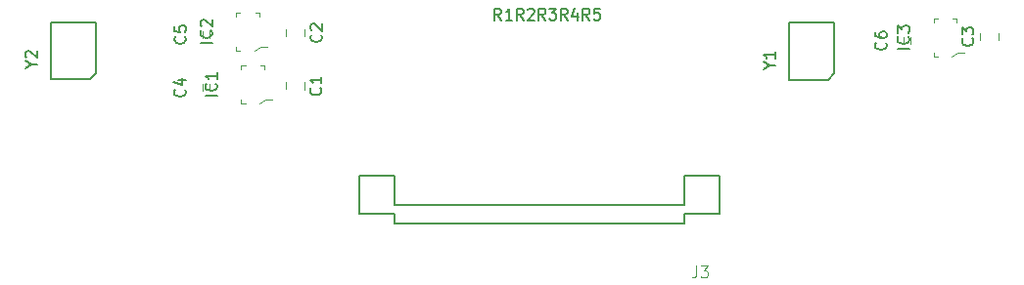
<source format=gbr>
G04 #@! TF.GenerationSoftware,KiCad,Pcbnew,5.0.2+dfsg1-1~bpo9+1*
G04 #@! TF.CreationDate,2019-09-12T14:57:23+02:00*
G04 #@! TF.ProjectId,OV9281,4f563932-3831-42e6-9b69-6361645f7063,rev?*
G04 #@! TF.SameCoordinates,Original*
G04 #@! TF.FileFunction,Legend,Top*
G04 #@! TF.FilePolarity,Positive*
%FSLAX46Y46*%
G04 Gerber Fmt 4.6, Leading zero omitted, Abs format (unit mm)*
G04 Created by KiCad (PCBNEW 5.0.2+dfsg1-1~bpo9+1) date Thu 12 Sep 2019 02:57:23 PM CEST*
%MOMM*%
%LPD*%
G01*
G04 APERTURE LIST*
%ADD10C,0.150000*%
%ADD11C,0.100000*%
%ADD12C,0.120000*%
%ADD13C,0.125000*%
G04 APERTURE END LIST*
D10*
G04 #@! TO.C,J3*
X137500000Y-119400000D02*
X137500000Y-120225000D01*
X162500000Y-119400000D02*
X162500000Y-120225000D01*
X134400000Y-119400000D02*
X137500000Y-119400000D01*
X165600000Y-119400000D02*
X162500000Y-119400000D01*
X134400000Y-116050000D02*
X134400000Y-119400000D01*
X165600000Y-116050000D02*
X165600000Y-119400000D01*
X137500000Y-116050000D02*
X134400000Y-116050000D01*
X162500000Y-116050000D02*
X165600000Y-116050000D01*
X137500000Y-118575000D02*
X137500000Y-116050000D01*
X162500000Y-118575000D02*
X162500000Y-116050000D01*
X162500000Y-118575000D02*
X137500000Y-118575000D01*
X162500000Y-120225000D02*
X137500000Y-120225000D01*
D11*
G04 #@! TO.C,IC3*
X184090000Y-102450000D02*
X184440000Y-102450000D01*
X184090000Y-102800000D02*
X184090000Y-102450000D01*
X186090000Y-102450000D02*
X186090000Y-102800000D01*
X185740000Y-102450000D02*
X186090000Y-102450000D01*
X184090000Y-105750000D02*
X184440000Y-105750000D01*
X184090000Y-105400000D02*
X184090000Y-105750000D01*
X186140000Y-105400000D02*
X185690000Y-105750000D01*
X186740000Y-105400000D02*
X186140000Y-105400000D01*
D12*
G04 #@! TO.C,C4*
X120870000Y-108730000D02*
X120870000Y-108130000D01*
X121470000Y-108730000D02*
X121470000Y-108130000D01*
G04 #@! TO.C,C5*
X120893797Y-104126280D02*
X120893797Y-103526280D01*
X121493797Y-104126280D02*
X121493797Y-103526280D01*
G04 #@! TO.C,C6*
X181490000Y-104650000D02*
X181490000Y-104050000D01*
X182090000Y-104650000D02*
X182090000Y-104050000D01*
G04 #@! TO.C,C2*
X129720000Y-103380000D02*
X129720000Y-103980000D01*
X128120000Y-103360000D02*
X128120000Y-103960000D01*
G04 #@! TO.C,C1*
X129670000Y-107980000D02*
X129670000Y-108580000D01*
X128070000Y-107960000D02*
X128070000Y-108560000D01*
G04 #@! TO.C,C3*
X188140000Y-104300000D02*
X188140000Y-103700000D01*
X189740000Y-104320000D02*
X189740000Y-103720000D01*
D10*
G04 #@! TO.C,Y1*
X175520000Y-107220000D02*
X174970000Y-107770000D01*
X174970000Y-107770000D02*
X171620000Y-107770000D01*
X171620000Y-107766664D02*
X171620000Y-102826664D01*
X171620000Y-102820000D02*
X175520000Y-102820000D01*
X175520000Y-102826664D02*
X175520000Y-107220000D01*
G04 #@! TO.C,Y2*
X111690000Y-107150000D02*
X111140000Y-107700000D01*
X111140000Y-107700000D02*
X107790000Y-107700000D01*
X107790000Y-107696664D02*
X107790000Y-102756664D01*
X107790000Y-102750000D02*
X111690000Y-102750000D01*
X111690000Y-102756664D02*
X111690000Y-107150000D01*
D11*
G04 #@! TO.C,IC2*
X123793797Y-101926280D02*
X124143797Y-101926280D01*
X123793797Y-102276280D02*
X123793797Y-101926280D01*
X125793797Y-101926280D02*
X125793797Y-102276280D01*
X125443797Y-101926280D02*
X125793797Y-101926280D01*
X123793797Y-105226280D02*
X124143797Y-105226280D01*
X123793797Y-104876280D02*
X123793797Y-105226280D01*
X125843797Y-104876280D02*
X125393797Y-105226280D01*
X126443797Y-104876280D02*
X125843797Y-104876280D01*
G04 #@! TO.C,IC1*
X124220000Y-106530000D02*
X124570000Y-106530000D01*
X124220000Y-106880000D02*
X124220000Y-106530000D01*
X126220000Y-106530000D02*
X126220000Y-106880000D01*
X125870000Y-106530000D02*
X126220000Y-106530000D01*
X124220000Y-109830000D02*
X124570000Y-109830000D01*
X124220000Y-109480000D02*
X124220000Y-109830000D01*
X126270000Y-109480000D02*
X125820000Y-109830000D01*
X126870000Y-109480000D02*
X126270000Y-109480000D01*
G04 #@! TO.C,J3*
D13*
X163566666Y-123902380D02*
X163566666Y-124616666D01*
X163519047Y-124759523D01*
X163423809Y-124854761D01*
X163280952Y-124902380D01*
X163185714Y-124902380D01*
X163947619Y-123902380D02*
X164566666Y-123902380D01*
X164233333Y-124283333D01*
X164376190Y-124283333D01*
X164471428Y-124330952D01*
X164519047Y-124378571D01*
X164566666Y-124473809D01*
X164566666Y-124711904D01*
X164519047Y-124807142D01*
X164471428Y-124854761D01*
X164376190Y-124902380D01*
X164090476Y-124902380D01*
X163995238Y-124854761D01*
X163947619Y-124807142D01*
G04 #@! TO.C,R5*
D10*
X154348334Y-102567381D02*
X154015001Y-102091191D01*
X153776905Y-102567381D02*
X153776905Y-101567381D01*
X154157858Y-101567381D01*
X154253096Y-101615001D01*
X154300715Y-101662620D01*
X154348334Y-101757858D01*
X154348334Y-101900715D01*
X154300715Y-101995953D01*
X154253096Y-102043572D01*
X154157858Y-102091191D01*
X153776905Y-102091191D01*
X155253096Y-101567381D02*
X154776905Y-101567381D01*
X154729286Y-102043572D01*
X154776905Y-101995953D01*
X154872143Y-101948334D01*
X155110239Y-101948334D01*
X155205477Y-101995953D01*
X155253096Y-102043572D01*
X155300715Y-102138810D01*
X155300715Y-102376905D01*
X155253096Y-102472143D01*
X155205477Y-102519762D01*
X155110239Y-102567381D01*
X154872143Y-102567381D01*
X154776905Y-102519762D01*
X154729286Y-102472143D01*
G04 #@! TO.C,R4*
X152438334Y-102567381D02*
X152105001Y-102091191D01*
X151866905Y-102567381D02*
X151866905Y-101567381D01*
X152247858Y-101567381D01*
X152343096Y-101615001D01*
X152390715Y-101662620D01*
X152438334Y-101757858D01*
X152438334Y-101900715D01*
X152390715Y-101995953D01*
X152343096Y-102043572D01*
X152247858Y-102091191D01*
X151866905Y-102091191D01*
X153295477Y-101900715D02*
X153295477Y-102567381D01*
X153057381Y-101519762D02*
X152819286Y-102234048D01*
X153438334Y-102234048D01*
G04 #@! TO.C,R3*
X150528334Y-102567381D02*
X150195001Y-102091191D01*
X149956905Y-102567381D02*
X149956905Y-101567381D01*
X150337858Y-101567381D01*
X150433096Y-101615001D01*
X150480715Y-101662620D01*
X150528334Y-101757858D01*
X150528334Y-101900715D01*
X150480715Y-101995953D01*
X150433096Y-102043572D01*
X150337858Y-102091191D01*
X149956905Y-102091191D01*
X150861667Y-101567381D02*
X151480715Y-101567381D01*
X151147381Y-101948334D01*
X151290239Y-101948334D01*
X151385477Y-101995953D01*
X151433096Y-102043572D01*
X151480715Y-102138810D01*
X151480715Y-102376905D01*
X151433096Y-102472143D01*
X151385477Y-102519762D01*
X151290239Y-102567381D01*
X151004524Y-102567381D01*
X150909286Y-102519762D01*
X150861667Y-102472143D01*
G04 #@! TO.C,R2*
X148618334Y-102567381D02*
X148285001Y-102091191D01*
X148046905Y-102567381D02*
X148046905Y-101567381D01*
X148427858Y-101567381D01*
X148523096Y-101615001D01*
X148570715Y-101662620D01*
X148618334Y-101757858D01*
X148618334Y-101900715D01*
X148570715Y-101995953D01*
X148523096Y-102043572D01*
X148427858Y-102091191D01*
X148046905Y-102091191D01*
X148999286Y-101662620D02*
X149046905Y-101615001D01*
X149142143Y-101567381D01*
X149380239Y-101567381D01*
X149475477Y-101615001D01*
X149523096Y-101662620D01*
X149570715Y-101757858D01*
X149570715Y-101853096D01*
X149523096Y-101995953D01*
X148951667Y-102567381D01*
X149570715Y-102567381D01*
G04 #@! TO.C,R1*
X146708334Y-102567381D02*
X146375001Y-102091191D01*
X146136905Y-102567381D02*
X146136905Y-101567381D01*
X146517858Y-101567381D01*
X146613096Y-101615001D01*
X146660715Y-101662620D01*
X146708334Y-101757858D01*
X146708334Y-101900715D01*
X146660715Y-101995953D01*
X146613096Y-102043572D01*
X146517858Y-102091191D01*
X146136905Y-102091191D01*
X147660715Y-102567381D02*
X147089286Y-102567381D01*
X147375001Y-102567381D02*
X147375001Y-101567381D01*
X147279762Y-101710239D01*
X147184524Y-101805477D01*
X147089286Y-101853096D01*
G04 #@! TO.C,IC3*
X181992380Y-105051190D02*
X180992380Y-105051190D01*
X181897142Y-104003571D02*
X181944761Y-104051190D01*
X181992380Y-104194047D01*
X181992380Y-104289285D01*
X181944761Y-104432142D01*
X181849523Y-104527380D01*
X181754285Y-104575000D01*
X181563809Y-104622619D01*
X181420952Y-104622619D01*
X181230476Y-104575000D01*
X181135238Y-104527380D01*
X181040000Y-104432142D01*
X180992380Y-104289285D01*
X180992380Y-104194047D01*
X181040000Y-104051190D01*
X181087619Y-104003571D01*
X180992380Y-103670238D02*
X180992380Y-103051190D01*
X181373333Y-103384523D01*
X181373333Y-103241666D01*
X181420952Y-103146428D01*
X181468571Y-103098809D01*
X181563809Y-103051190D01*
X181801904Y-103051190D01*
X181897142Y-103098809D01*
X181944761Y-103146428D01*
X181992380Y-103241666D01*
X181992380Y-103527380D01*
X181944761Y-103622619D01*
X181897142Y-103670238D01*
G04 #@! TO.C,C4*
X119327142Y-108596666D02*
X119374761Y-108644285D01*
X119422380Y-108787142D01*
X119422380Y-108882380D01*
X119374761Y-109025238D01*
X119279523Y-109120476D01*
X119184285Y-109168095D01*
X118993809Y-109215714D01*
X118850952Y-109215714D01*
X118660476Y-109168095D01*
X118565238Y-109120476D01*
X118470000Y-109025238D01*
X118422380Y-108882380D01*
X118422380Y-108787142D01*
X118470000Y-108644285D01*
X118517619Y-108596666D01*
X118755714Y-107739523D02*
X119422380Y-107739523D01*
X118374761Y-107977619D02*
X119089047Y-108215714D01*
X119089047Y-107596666D01*
G04 #@! TO.C,C5*
X119350939Y-103992946D02*
X119398558Y-104040565D01*
X119446177Y-104183422D01*
X119446177Y-104278660D01*
X119398558Y-104421518D01*
X119303320Y-104516756D01*
X119208082Y-104564375D01*
X119017606Y-104611994D01*
X118874749Y-104611994D01*
X118684273Y-104564375D01*
X118589035Y-104516756D01*
X118493797Y-104421518D01*
X118446177Y-104278660D01*
X118446177Y-104183422D01*
X118493797Y-104040565D01*
X118541416Y-103992946D01*
X118446177Y-103088184D02*
X118446177Y-103564375D01*
X118922368Y-103611994D01*
X118874749Y-103564375D01*
X118827130Y-103469137D01*
X118827130Y-103231041D01*
X118874749Y-103135803D01*
X118922368Y-103088184D01*
X119017606Y-103040565D01*
X119255701Y-103040565D01*
X119350939Y-103088184D01*
X119398558Y-103135803D01*
X119446177Y-103231041D01*
X119446177Y-103469137D01*
X119398558Y-103564375D01*
X119350939Y-103611994D01*
G04 #@! TO.C,C6*
X179947142Y-104516666D02*
X179994761Y-104564285D01*
X180042380Y-104707142D01*
X180042380Y-104802380D01*
X179994761Y-104945238D01*
X179899523Y-105040476D01*
X179804285Y-105088095D01*
X179613809Y-105135714D01*
X179470952Y-105135714D01*
X179280476Y-105088095D01*
X179185238Y-105040476D01*
X179090000Y-104945238D01*
X179042380Y-104802380D01*
X179042380Y-104707142D01*
X179090000Y-104564285D01*
X179137619Y-104516666D01*
X179042380Y-103659523D02*
X179042380Y-103850000D01*
X179090000Y-103945238D01*
X179137619Y-103992857D01*
X179280476Y-104088095D01*
X179470952Y-104135714D01*
X179851904Y-104135714D01*
X179947142Y-104088095D01*
X179994761Y-104040476D01*
X180042380Y-103945238D01*
X180042380Y-103754761D01*
X179994761Y-103659523D01*
X179947142Y-103611904D01*
X179851904Y-103564285D01*
X179613809Y-103564285D01*
X179518571Y-103611904D01*
X179470952Y-103659523D01*
X179423333Y-103754761D01*
X179423333Y-103945238D01*
X179470952Y-104040476D01*
X179518571Y-104088095D01*
X179613809Y-104135714D01*
G04 #@! TO.C,C2*
X131117142Y-103846666D02*
X131164761Y-103894285D01*
X131212380Y-104037142D01*
X131212380Y-104132380D01*
X131164761Y-104275238D01*
X131069523Y-104370476D01*
X130974285Y-104418095D01*
X130783809Y-104465714D01*
X130640952Y-104465714D01*
X130450476Y-104418095D01*
X130355238Y-104370476D01*
X130260000Y-104275238D01*
X130212380Y-104132380D01*
X130212380Y-104037142D01*
X130260000Y-103894285D01*
X130307619Y-103846666D01*
X130307619Y-103465714D02*
X130260000Y-103418095D01*
X130212380Y-103322857D01*
X130212380Y-103084761D01*
X130260000Y-102989523D01*
X130307619Y-102941904D01*
X130402857Y-102894285D01*
X130498095Y-102894285D01*
X130640952Y-102941904D01*
X131212380Y-103513333D01*
X131212380Y-102894285D01*
G04 #@! TO.C,C1*
X131067142Y-108446666D02*
X131114761Y-108494285D01*
X131162380Y-108637142D01*
X131162380Y-108732380D01*
X131114761Y-108875238D01*
X131019523Y-108970476D01*
X130924285Y-109018095D01*
X130733809Y-109065714D01*
X130590952Y-109065714D01*
X130400476Y-109018095D01*
X130305238Y-108970476D01*
X130210000Y-108875238D01*
X130162380Y-108732380D01*
X130162380Y-108637142D01*
X130210000Y-108494285D01*
X130257619Y-108446666D01*
X131162380Y-107494285D02*
X131162380Y-108065714D01*
X131162380Y-107780000D02*
X130162380Y-107780000D01*
X130305238Y-107875238D01*
X130400476Y-107970476D01*
X130448095Y-108065714D01*
G04 #@! TO.C,C3*
X187457142Y-104166666D02*
X187504761Y-104214285D01*
X187552380Y-104357142D01*
X187552380Y-104452380D01*
X187504761Y-104595238D01*
X187409523Y-104690476D01*
X187314285Y-104738095D01*
X187123809Y-104785714D01*
X186980952Y-104785714D01*
X186790476Y-104738095D01*
X186695238Y-104690476D01*
X186600000Y-104595238D01*
X186552380Y-104452380D01*
X186552380Y-104357142D01*
X186600000Y-104214285D01*
X186647619Y-104166666D01*
X186552380Y-103833333D02*
X186552380Y-103214285D01*
X186933333Y-103547619D01*
X186933333Y-103404761D01*
X186980952Y-103309523D01*
X187028571Y-103261904D01*
X187123809Y-103214285D01*
X187361904Y-103214285D01*
X187457142Y-103261904D01*
X187504761Y-103309523D01*
X187552380Y-103404761D01*
X187552380Y-103690476D01*
X187504761Y-103785714D01*
X187457142Y-103833333D01*
G04 #@! TO.C,Y1*
X169896190Y-106496190D02*
X170372380Y-106496190D01*
X169372380Y-106829523D02*
X169896190Y-106496190D01*
X169372380Y-106162857D01*
X170372380Y-105305714D02*
X170372380Y-105877142D01*
X170372380Y-105591428D02*
X169372380Y-105591428D01*
X169515238Y-105686666D01*
X169610476Y-105781904D01*
X169658095Y-105877142D01*
G04 #@! TO.C,Y2*
X106066190Y-106426190D02*
X106542380Y-106426190D01*
X105542380Y-106759523D02*
X106066190Y-106426190D01*
X105542380Y-106092857D01*
X105637619Y-105807142D02*
X105590000Y-105759523D01*
X105542380Y-105664285D01*
X105542380Y-105426190D01*
X105590000Y-105330952D01*
X105637619Y-105283333D01*
X105732857Y-105235714D01*
X105828095Y-105235714D01*
X105970952Y-105283333D01*
X106542380Y-105854761D01*
X106542380Y-105235714D01*
G04 #@! TO.C,IC2*
X121696177Y-104527470D02*
X120696177Y-104527470D01*
X121600939Y-103479851D02*
X121648558Y-103527470D01*
X121696177Y-103670327D01*
X121696177Y-103765565D01*
X121648558Y-103908422D01*
X121553320Y-104003660D01*
X121458082Y-104051280D01*
X121267606Y-104098899D01*
X121124749Y-104098899D01*
X120934273Y-104051280D01*
X120839035Y-104003660D01*
X120743797Y-103908422D01*
X120696177Y-103765565D01*
X120696177Y-103670327D01*
X120743797Y-103527470D01*
X120791416Y-103479851D01*
X120791416Y-103098899D02*
X120743797Y-103051280D01*
X120696177Y-102956041D01*
X120696177Y-102717946D01*
X120743797Y-102622708D01*
X120791416Y-102575089D01*
X120886654Y-102527470D01*
X120981892Y-102527470D01*
X121124749Y-102575089D01*
X121696177Y-103146518D01*
X121696177Y-102527470D01*
G04 #@! TO.C,IC1*
X122122380Y-109131190D02*
X121122380Y-109131190D01*
X122027142Y-108083571D02*
X122074761Y-108131190D01*
X122122380Y-108274047D01*
X122122380Y-108369285D01*
X122074761Y-108512142D01*
X121979523Y-108607380D01*
X121884285Y-108655000D01*
X121693809Y-108702619D01*
X121550952Y-108702619D01*
X121360476Y-108655000D01*
X121265238Y-108607380D01*
X121170000Y-108512142D01*
X121122380Y-108369285D01*
X121122380Y-108274047D01*
X121170000Y-108131190D01*
X121217619Y-108083571D01*
X122122380Y-107131190D02*
X122122380Y-107702619D01*
X122122380Y-107416904D02*
X121122380Y-107416904D01*
X121265238Y-107512142D01*
X121360476Y-107607380D01*
X121408095Y-107702619D01*
G04 #@! TD*
M02*

</source>
